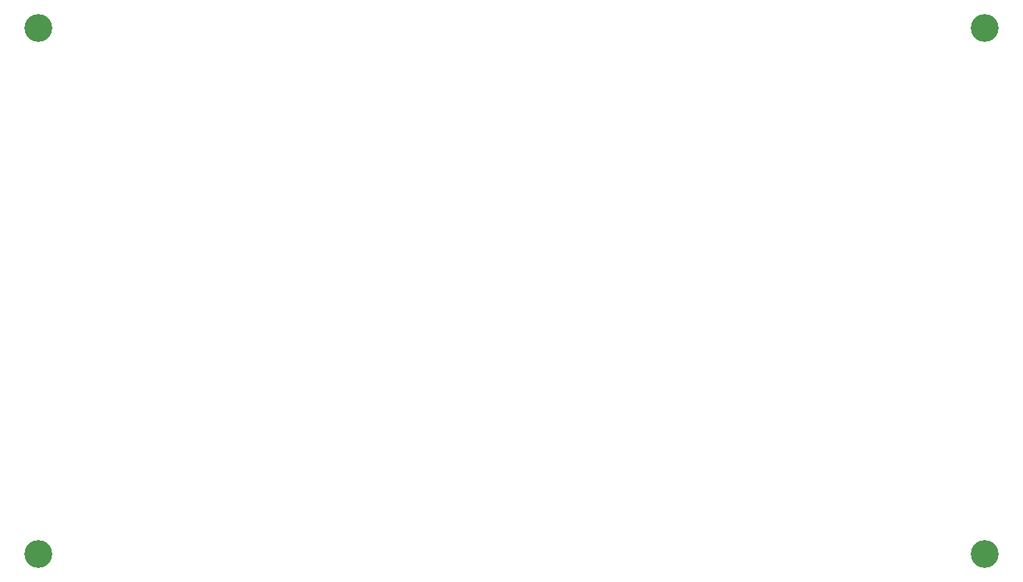
<source format=gbr>
%TF.GenerationSoftware,KiCad,Pcbnew,9.0.7*%
%TF.CreationDate,2026-01-28T19:50:43+01:00*%
%TF.ProjectId,pico-radio-9,7069636f-2d72-4616-9469-6f2d392e6b69,rev?*%
%TF.SameCoordinates,Original*%
%TF.FileFunction,NonPlated,1,2,NPTH,Drill*%
%TF.FilePolarity,Positive*%
%FSLAX46Y46*%
G04 Gerber Fmt 4.6, Leading zero omitted, Abs format (unit mm)*
G04 Created by KiCad (PCBNEW 9.0.7) date 2026-01-28 19:50:43*
%MOMM*%
%LPD*%
G01*
G04 APERTURE LIST*
%TA.AperFunction,ComponentDrill*%
%ADD10C,3.200000*%
%TD*%
G04 APERTURE END LIST*
D10*
%TO.C,H3*%
X46000000Y-29500000D03*
%TO.C,H1*%
X46000000Y-90000000D03*
%TO.C,H4*%
X154750000Y-29500000D03*
%TO.C,H2*%
X154750000Y-90000000D03*
M02*

</source>
